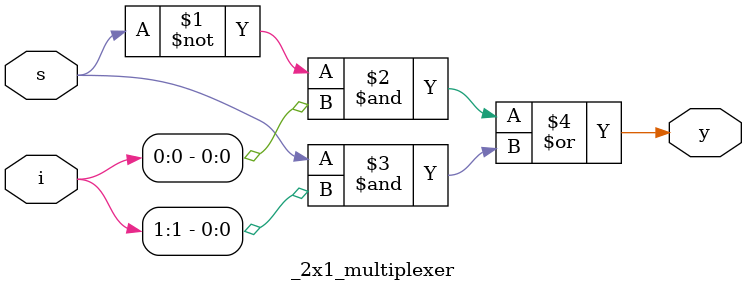
<source format=v>
module _2x1_multiplexer(y, i, s);
	
	input [1:0] i; // input line
	input s; // select line
	output y;

	assign y = (~s&i[0]) | (s&i[1]);

endmodule

</source>
